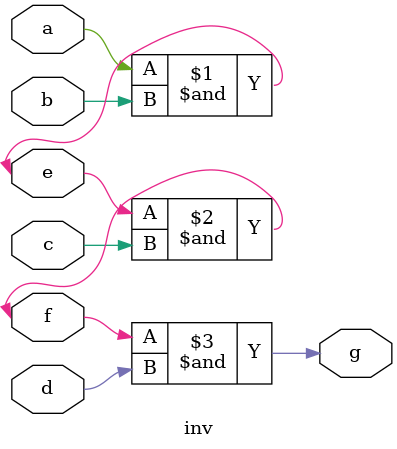
<source format=v>
`timescale 1ns / 1ps


module inv(
    input a,
    input b,
    input c,
    input d,
    input e,
    input f,
    output g
    );
assign e = a & b;
assign f = e & c;
assign g = f & d;
endmodule

</source>
